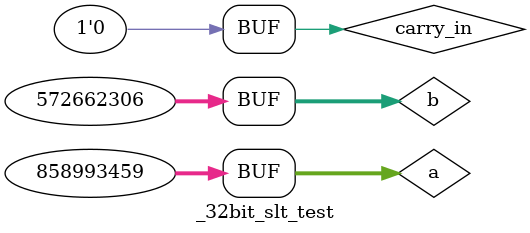
<source format=v>
`define DELAY 20
module _32bit_slt_test;
 // Inputs
 reg [31:0] a,b;
 reg carry_in;
 // Outputs
 wire [31:0] sum,result;
 wire carry_out;
 _32bit_slt slt32bit (result[31:0] ,sum[31:0],carry_out,a[31:0],b[31:0],carry_in);

initial begin
a[31:0] = 32'hFFFF_FFFF; b[31:0] = 32'h0000_0000;carry_in = 1'b0;
#`DELAY;	
a[31:0] = 32'h0F0F0F0F; b[31:0] = 32'hF0F0F0F0;carry_in = 1'b0;
#`DELAY;
a[31:0] = 32'h11111111; b[31:0] = 32'h33333333;carry_in = 1'b0;
#`DELAY;
a[31:0] = 32'h33333333; b[31:0] = 32'h22222222;carry_in = 1'b0;
end
 
 
initial
begin
$monitor("time = %2d, a =%32h, b=%32h,carry_out=%1b ,carry_in=%1b,result=%32h", $time, a, b,carry_out,carry_in,result);
end
      
endmodule
</source>
